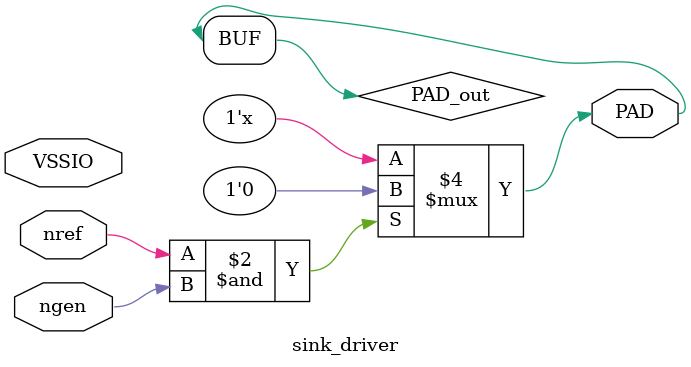
<source format=v>
`timescale 1ns / 10ps 
module sink_driver ( PAD, VSSIO, ngen, nref );

output  PAD;

input  VSSIO, ngen, nref;

reg PAD_out;

always @ (ngen or nref)
begin
	if (nref & ngen)
		PAD_out <= 1'b0;
	else 
		PAD_out <= 1'bz;
end

assign PAD = PAD_out;

endmodule

</source>
